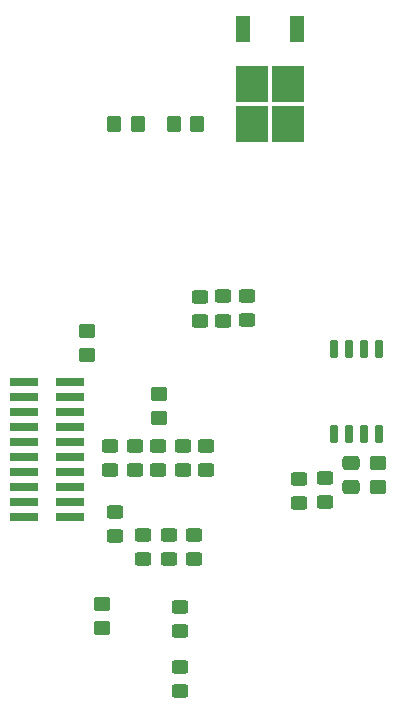
<source format=gbp>
%TF.GenerationSoftware,KiCad,Pcbnew,6.0.11+dfsg-1~bpo11+1*%
%TF.CreationDate,2023-05-10T08:43:11-04:00*%
%TF.ProjectId,proto-stm32f427,70726f74-6f2d-4737-946d-333266343237,rev?*%
%TF.SameCoordinates,Original*%
%TF.FileFunction,Paste,Bot*%
%TF.FilePolarity,Positive*%
%FSLAX46Y46*%
G04 Gerber Fmt 4.6, Leading zero omitted, Abs format (unit mm)*
G04 Created by KiCad (PCBNEW 6.0.11+dfsg-1~bpo11+1) date 2023-05-10 08:43:11*
%MOMM*%
%LPD*%
G01*
G04 APERTURE LIST*
G04 Aperture macros list*
%AMRoundRect*
0 Rectangle with rounded corners*
0 $1 Rounding radius*
0 $2 $3 $4 $5 $6 $7 $8 $9 X,Y pos of 4 corners*
0 Add a 4 corners polygon primitive as box body*
4,1,4,$2,$3,$4,$5,$6,$7,$8,$9,$2,$3,0*
0 Add four circle primitives for the rounded corners*
1,1,$1+$1,$2,$3*
1,1,$1+$1,$4,$5*
1,1,$1+$1,$6,$7*
1,1,$1+$1,$8,$9*
0 Add four rect primitives between the rounded corners*
20,1,$1+$1,$2,$3,$4,$5,0*
20,1,$1+$1,$4,$5,$6,$7,0*
20,1,$1+$1,$6,$7,$8,$9,0*
20,1,$1+$1,$8,$9,$2,$3,0*%
G04 Aperture macros list end*
%ADD10RoundRect,0.250000X-0.475000X0.337500X-0.475000X-0.337500X0.475000X-0.337500X0.475000X0.337500X0*%
%ADD11RoundRect,0.250000X-0.450000X0.325000X-0.450000X-0.325000X0.450000X-0.325000X0.450000X0.325000X0*%
%ADD12RoundRect,0.250000X0.450000X-0.325000X0.450000X0.325000X-0.450000X0.325000X-0.450000X-0.325000X0*%
%ADD13RoundRect,0.250000X-0.450000X0.350000X-0.450000X-0.350000X0.450000X-0.350000X0.450000X0.350000X0*%
%ADD14R,2.750000X3.050000*%
%ADD15R,1.200000X2.200000*%
%ADD16RoundRect,0.250000X0.450000X-0.350000X0.450000X0.350000X-0.450000X0.350000X-0.450000X-0.350000X0*%
%ADD17RoundRect,0.250000X0.350000X0.450000X-0.350000X0.450000X-0.350000X-0.450000X0.350000X-0.450000X0*%
%ADD18RoundRect,0.250000X-0.350000X-0.450000X0.350000X-0.450000X0.350000X0.450000X-0.350000X0.450000X0*%
%ADD19R,2.400000X0.740000*%
%ADD20RoundRect,0.150000X-0.150000X0.650000X-0.150000X-0.650000X0.150000X-0.650000X0.150000X0.650000X0*%
G04 APERTURE END LIST*
D10*
X154700000Y-148875000D03*
X154700000Y-146800000D03*
D11*
X150300000Y-148175000D03*
X150300000Y-150225000D03*
D12*
X140208000Y-161036000D03*
X140208000Y-158986000D03*
X141900000Y-134800000D03*
X141900000Y-132750000D03*
D11*
X139300000Y-152900000D03*
X139300000Y-154950000D03*
D12*
X141400000Y-154925000D03*
X141400000Y-152875000D03*
D11*
X145900000Y-132675000D03*
X145900000Y-134725000D03*
D12*
X140500000Y-145375000D03*
X140500000Y-147425000D03*
X142405000Y-145375000D03*
X142405000Y-147425000D03*
D11*
X143900000Y-132700000D03*
X143900000Y-134750000D03*
D12*
X138400000Y-147425000D03*
X138400000Y-145375000D03*
X134300000Y-145375000D03*
X134300000Y-147425000D03*
X136400000Y-147400000D03*
X136400000Y-145350000D03*
X134700000Y-153025000D03*
X134700000Y-150975000D03*
D13*
X133604000Y-158766000D03*
X133604000Y-160766000D03*
D14*
X146303000Y-118075000D03*
X149353000Y-114725000D03*
X149353000Y-118075000D03*
X146303000Y-114725000D03*
D15*
X145548000Y-110100000D03*
X150108000Y-110100000D03*
D12*
X152500000Y-150150000D03*
X152500000Y-148100000D03*
D16*
X132334000Y-137636000D03*
X132334000Y-135636000D03*
D13*
X138430000Y-141002000D03*
X138430000Y-143002000D03*
D12*
X140208000Y-166125000D03*
X140208000Y-164075000D03*
D11*
X137100000Y-152900000D03*
X137100000Y-154950000D03*
D17*
X136652000Y-118110000D03*
X134652000Y-118110000D03*
D18*
X139716000Y-118110000D03*
X141716000Y-118110000D03*
D19*
X130900000Y-139954000D03*
X127000000Y-139954000D03*
X130900000Y-141224000D03*
X127000000Y-141224000D03*
X130900000Y-142494000D03*
X127000000Y-142494000D03*
X130900000Y-143764000D03*
X127000000Y-143764000D03*
X130900000Y-145034000D03*
X127000000Y-145034000D03*
X130900000Y-146304000D03*
X127000000Y-146304000D03*
X130900000Y-147574000D03*
X127000000Y-147574000D03*
X130900000Y-148844000D03*
X127000000Y-148844000D03*
X130900000Y-150114000D03*
X127000000Y-150114000D03*
X130900000Y-151384000D03*
X127000000Y-151384000D03*
D13*
X157000000Y-146800000D03*
X157000000Y-148800000D03*
D20*
X153289000Y-144316000D03*
X154559000Y-144316000D03*
X155829000Y-144316000D03*
X157099000Y-144316000D03*
X157099000Y-137116000D03*
X155829000Y-137116000D03*
X154559000Y-137116000D03*
X153289000Y-137116000D03*
M02*

</source>
